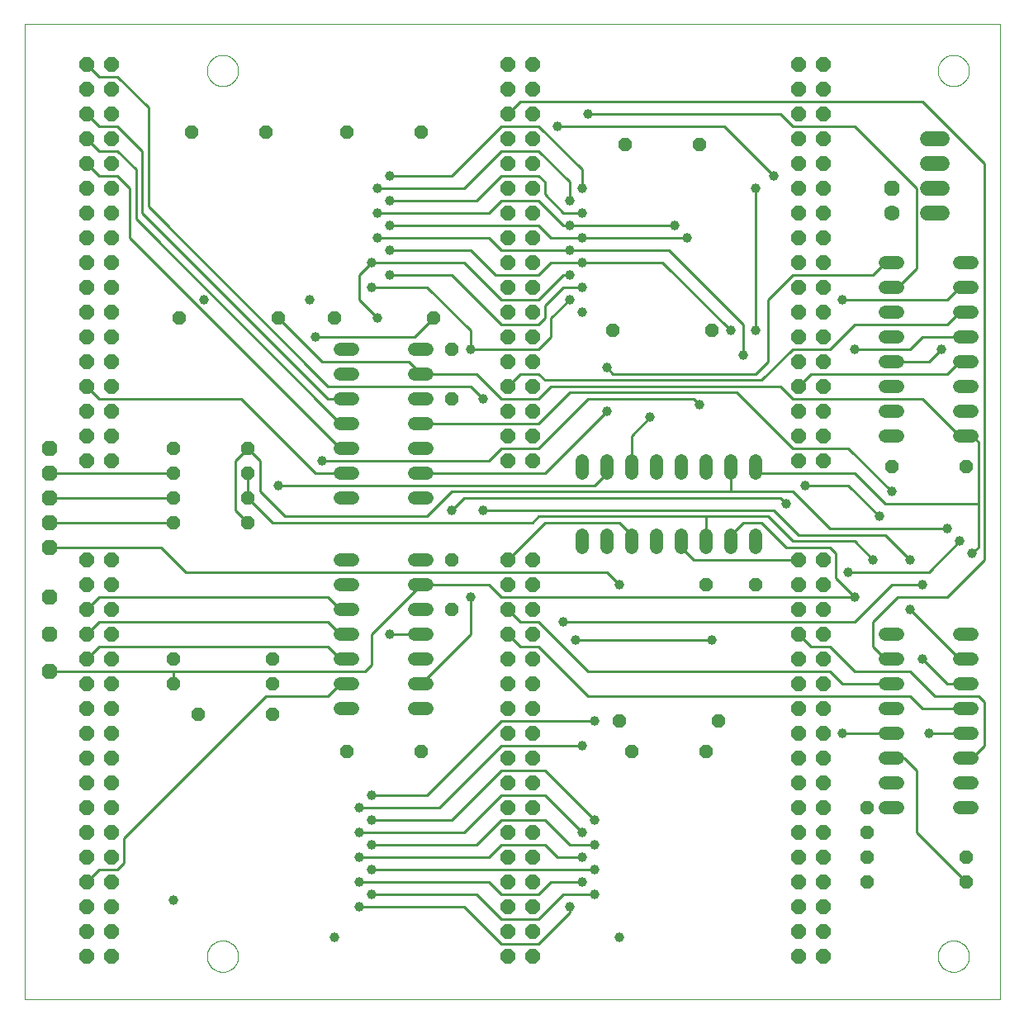
<source format=gbl>
G75*
%MOIN*%
%OFA0B0*%
%FSLAX25Y25*%
%IPPOS*%
%LPD*%
%AMOC8*
5,1,8,0,0,1.08239X$1,22.5*
%
%ADD10C,0.00000*%
%ADD11C,0.05200*%
%ADD12OC8,0.05200*%
%ADD13OC8,0.06300*%
%ADD14OC8,0.06000*%
%ADD15OC8,0.05600*%
%ADD16C,0.06000*%
%ADD17C,0.06300*%
%ADD18C,0.01000*%
%ADD19C,0.03962*%
D10*
X0001500Y0001500D02*
X0001500Y0395201D01*
X0395201Y0395201D01*
X0395201Y0001500D01*
X0001500Y0001500D01*
X0075201Y0019000D02*
X0075203Y0019158D01*
X0075209Y0019316D01*
X0075219Y0019474D01*
X0075233Y0019632D01*
X0075251Y0019789D01*
X0075272Y0019946D01*
X0075298Y0020102D01*
X0075328Y0020258D01*
X0075361Y0020413D01*
X0075399Y0020566D01*
X0075440Y0020719D01*
X0075485Y0020871D01*
X0075534Y0021022D01*
X0075587Y0021171D01*
X0075643Y0021319D01*
X0075703Y0021465D01*
X0075767Y0021610D01*
X0075835Y0021753D01*
X0075906Y0021895D01*
X0075980Y0022035D01*
X0076058Y0022172D01*
X0076140Y0022308D01*
X0076224Y0022442D01*
X0076313Y0022573D01*
X0076404Y0022702D01*
X0076499Y0022829D01*
X0076596Y0022954D01*
X0076697Y0023076D01*
X0076801Y0023195D01*
X0076908Y0023312D01*
X0077018Y0023426D01*
X0077131Y0023537D01*
X0077246Y0023646D01*
X0077364Y0023751D01*
X0077485Y0023853D01*
X0077608Y0023953D01*
X0077734Y0024049D01*
X0077862Y0024142D01*
X0077992Y0024232D01*
X0078125Y0024318D01*
X0078260Y0024402D01*
X0078396Y0024481D01*
X0078535Y0024558D01*
X0078676Y0024630D01*
X0078818Y0024700D01*
X0078962Y0024765D01*
X0079108Y0024827D01*
X0079255Y0024885D01*
X0079404Y0024940D01*
X0079554Y0024991D01*
X0079705Y0025038D01*
X0079857Y0025081D01*
X0080010Y0025120D01*
X0080165Y0025156D01*
X0080320Y0025187D01*
X0080476Y0025215D01*
X0080632Y0025239D01*
X0080789Y0025259D01*
X0080947Y0025275D01*
X0081104Y0025287D01*
X0081263Y0025295D01*
X0081421Y0025299D01*
X0081579Y0025299D01*
X0081737Y0025295D01*
X0081896Y0025287D01*
X0082053Y0025275D01*
X0082211Y0025259D01*
X0082368Y0025239D01*
X0082524Y0025215D01*
X0082680Y0025187D01*
X0082835Y0025156D01*
X0082990Y0025120D01*
X0083143Y0025081D01*
X0083295Y0025038D01*
X0083446Y0024991D01*
X0083596Y0024940D01*
X0083745Y0024885D01*
X0083892Y0024827D01*
X0084038Y0024765D01*
X0084182Y0024700D01*
X0084324Y0024630D01*
X0084465Y0024558D01*
X0084604Y0024481D01*
X0084740Y0024402D01*
X0084875Y0024318D01*
X0085008Y0024232D01*
X0085138Y0024142D01*
X0085266Y0024049D01*
X0085392Y0023953D01*
X0085515Y0023853D01*
X0085636Y0023751D01*
X0085754Y0023646D01*
X0085869Y0023537D01*
X0085982Y0023426D01*
X0086092Y0023312D01*
X0086199Y0023195D01*
X0086303Y0023076D01*
X0086404Y0022954D01*
X0086501Y0022829D01*
X0086596Y0022702D01*
X0086687Y0022573D01*
X0086776Y0022442D01*
X0086860Y0022308D01*
X0086942Y0022172D01*
X0087020Y0022035D01*
X0087094Y0021895D01*
X0087165Y0021753D01*
X0087233Y0021610D01*
X0087297Y0021465D01*
X0087357Y0021319D01*
X0087413Y0021171D01*
X0087466Y0021022D01*
X0087515Y0020871D01*
X0087560Y0020719D01*
X0087601Y0020566D01*
X0087639Y0020413D01*
X0087672Y0020258D01*
X0087702Y0020102D01*
X0087728Y0019946D01*
X0087749Y0019789D01*
X0087767Y0019632D01*
X0087781Y0019474D01*
X0087791Y0019316D01*
X0087797Y0019158D01*
X0087799Y0019000D01*
X0087797Y0018842D01*
X0087791Y0018684D01*
X0087781Y0018526D01*
X0087767Y0018368D01*
X0087749Y0018211D01*
X0087728Y0018054D01*
X0087702Y0017898D01*
X0087672Y0017742D01*
X0087639Y0017587D01*
X0087601Y0017434D01*
X0087560Y0017281D01*
X0087515Y0017129D01*
X0087466Y0016978D01*
X0087413Y0016829D01*
X0087357Y0016681D01*
X0087297Y0016535D01*
X0087233Y0016390D01*
X0087165Y0016247D01*
X0087094Y0016105D01*
X0087020Y0015965D01*
X0086942Y0015828D01*
X0086860Y0015692D01*
X0086776Y0015558D01*
X0086687Y0015427D01*
X0086596Y0015298D01*
X0086501Y0015171D01*
X0086404Y0015046D01*
X0086303Y0014924D01*
X0086199Y0014805D01*
X0086092Y0014688D01*
X0085982Y0014574D01*
X0085869Y0014463D01*
X0085754Y0014354D01*
X0085636Y0014249D01*
X0085515Y0014147D01*
X0085392Y0014047D01*
X0085266Y0013951D01*
X0085138Y0013858D01*
X0085008Y0013768D01*
X0084875Y0013682D01*
X0084740Y0013598D01*
X0084604Y0013519D01*
X0084465Y0013442D01*
X0084324Y0013370D01*
X0084182Y0013300D01*
X0084038Y0013235D01*
X0083892Y0013173D01*
X0083745Y0013115D01*
X0083596Y0013060D01*
X0083446Y0013009D01*
X0083295Y0012962D01*
X0083143Y0012919D01*
X0082990Y0012880D01*
X0082835Y0012844D01*
X0082680Y0012813D01*
X0082524Y0012785D01*
X0082368Y0012761D01*
X0082211Y0012741D01*
X0082053Y0012725D01*
X0081896Y0012713D01*
X0081737Y0012705D01*
X0081579Y0012701D01*
X0081421Y0012701D01*
X0081263Y0012705D01*
X0081104Y0012713D01*
X0080947Y0012725D01*
X0080789Y0012741D01*
X0080632Y0012761D01*
X0080476Y0012785D01*
X0080320Y0012813D01*
X0080165Y0012844D01*
X0080010Y0012880D01*
X0079857Y0012919D01*
X0079705Y0012962D01*
X0079554Y0013009D01*
X0079404Y0013060D01*
X0079255Y0013115D01*
X0079108Y0013173D01*
X0078962Y0013235D01*
X0078818Y0013300D01*
X0078676Y0013370D01*
X0078535Y0013442D01*
X0078396Y0013519D01*
X0078260Y0013598D01*
X0078125Y0013682D01*
X0077992Y0013768D01*
X0077862Y0013858D01*
X0077734Y0013951D01*
X0077608Y0014047D01*
X0077485Y0014147D01*
X0077364Y0014249D01*
X0077246Y0014354D01*
X0077131Y0014463D01*
X0077018Y0014574D01*
X0076908Y0014688D01*
X0076801Y0014805D01*
X0076697Y0014924D01*
X0076596Y0015046D01*
X0076499Y0015171D01*
X0076404Y0015298D01*
X0076313Y0015427D01*
X0076224Y0015558D01*
X0076140Y0015692D01*
X0076058Y0015828D01*
X0075980Y0015965D01*
X0075906Y0016105D01*
X0075835Y0016247D01*
X0075767Y0016390D01*
X0075703Y0016535D01*
X0075643Y0016681D01*
X0075587Y0016829D01*
X0075534Y0016978D01*
X0075485Y0017129D01*
X0075440Y0017281D01*
X0075399Y0017434D01*
X0075361Y0017587D01*
X0075328Y0017742D01*
X0075298Y0017898D01*
X0075272Y0018054D01*
X0075251Y0018211D01*
X0075233Y0018368D01*
X0075219Y0018526D01*
X0075209Y0018684D01*
X0075203Y0018842D01*
X0075201Y0019000D01*
X0370201Y0019000D02*
X0370203Y0019158D01*
X0370209Y0019316D01*
X0370219Y0019474D01*
X0370233Y0019632D01*
X0370251Y0019789D01*
X0370272Y0019946D01*
X0370298Y0020102D01*
X0370328Y0020258D01*
X0370361Y0020413D01*
X0370399Y0020566D01*
X0370440Y0020719D01*
X0370485Y0020871D01*
X0370534Y0021022D01*
X0370587Y0021171D01*
X0370643Y0021319D01*
X0370703Y0021465D01*
X0370767Y0021610D01*
X0370835Y0021753D01*
X0370906Y0021895D01*
X0370980Y0022035D01*
X0371058Y0022172D01*
X0371140Y0022308D01*
X0371224Y0022442D01*
X0371313Y0022573D01*
X0371404Y0022702D01*
X0371499Y0022829D01*
X0371596Y0022954D01*
X0371697Y0023076D01*
X0371801Y0023195D01*
X0371908Y0023312D01*
X0372018Y0023426D01*
X0372131Y0023537D01*
X0372246Y0023646D01*
X0372364Y0023751D01*
X0372485Y0023853D01*
X0372608Y0023953D01*
X0372734Y0024049D01*
X0372862Y0024142D01*
X0372992Y0024232D01*
X0373125Y0024318D01*
X0373260Y0024402D01*
X0373396Y0024481D01*
X0373535Y0024558D01*
X0373676Y0024630D01*
X0373818Y0024700D01*
X0373962Y0024765D01*
X0374108Y0024827D01*
X0374255Y0024885D01*
X0374404Y0024940D01*
X0374554Y0024991D01*
X0374705Y0025038D01*
X0374857Y0025081D01*
X0375010Y0025120D01*
X0375165Y0025156D01*
X0375320Y0025187D01*
X0375476Y0025215D01*
X0375632Y0025239D01*
X0375789Y0025259D01*
X0375947Y0025275D01*
X0376104Y0025287D01*
X0376263Y0025295D01*
X0376421Y0025299D01*
X0376579Y0025299D01*
X0376737Y0025295D01*
X0376896Y0025287D01*
X0377053Y0025275D01*
X0377211Y0025259D01*
X0377368Y0025239D01*
X0377524Y0025215D01*
X0377680Y0025187D01*
X0377835Y0025156D01*
X0377990Y0025120D01*
X0378143Y0025081D01*
X0378295Y0025038D01*
X0378446Y0024991D01*
X0378596Y0024940D01*
X0378745Y0024885D01*
X0378892Y0024827D01*
X0379038Y0024765D01*
X0379182Y0024700D01*
X0379324Y0024630D01*
X0379465Y0024558D01*
X0379604Y0024481D01*
X0379740Y0024402D01*
X0379875Y0024318D01*
X0380008Y0024232D01*
X0380138Y0024142D01*
X0380266Y0024049D01*
X0380392Y0023953D01*
X0380515Y0023853D01*
X0380636Y0023751D01*
X0380754Y0023646D01*
X0380869Y0023537D01*
X0380982Y0023426D01*
X0381092Y0023312D01*
X0381199Y0023195D01*
X0381303Y0023076D01*
X0381404Y0022954D01*
X0381501Y0022829D01*
X0381596Y0022702D01*
X0381687Y0022573D01*
X0381776Y0022442D01*
X0381860Y0022308D01*
X0381942Y0022172D01*
X0382020Y0022035D01*
X0382094Y0021895D01*
X0382165Y0021753D01*
X0382233Y0021610D01*
X0382297Y0021465D01*
X0382357Y0021319D01*
X0382413Y0021171D01*
X0382466Y0021022D01*
X0382515Y0020871D01*
X0382560Y0020719D01*
X0382601Y0020566D01*
X0382639Y0020413D01*
X0382672Y0020258D01*
X0382702Y0020102D01*
X0382728Y0019946D01*
X0382749Y0019789D01*
X0382767Y0019632D01*
X0382781Y0019474D01*
X0382791Y0019316D01*
X0382797Y0019158D01*
X0382799Y0019000D01*
X0382797Y0018842D01*
X0382791Y0018684D01*
X0382781Y0018526D01*
X0382767Y0018368D01*
X0382749Y0018211D01*
X0382728Y0018054D01*
X0382702Y0017898D01*
X0382672Y0017742D01*
X0382639Y0017587D01*
X0382601Y0017434D01*
X0382560Y0017281D01*
X0382515Y0017129D01*
X0382466Y0016978D01*
X0382413Y0016829D01*
X0382357Y0016681D01*
X0382297Y0016535D01*
X0382233Y0016390D01*
X0382165Y0016247D01*
X0382094Y0016105D01*
X0382020Y0015965D01*
X0381942Y0015828D01*
X0381860Y0015692D01*
X0381776Y0015558D01*
X0381687Y0015427D01*
X0381596Y0015298D01*
X0381501Y0015171D01*
X0381404Y0015046D01*
X0381303Y0014924D01*
X0381199Y0014805D01*
X0381092Y0014688D01*
X0380982Y0014574D01*
X0380869Y0014463D01*
X0380754Y0014354D01*
X0380636Y0014249D01*
X0380515Y0014147D01*
X0380392Y0014047D01*
X0380266Y0013951D01*
X0380138Y0013858D01*
X0380008Y0013768D01*
X0379875Y0013682D01*
X0379740Y0013598D01*
X0379604Y0013519D01*
X0379465Y0013442D01*
X0379324Y0013370D01*
X0379182Y0013300D01*
X0379038Y0013235D01*
X0378892Y0013173D01*
X0378745Y0013115D01*
X0378596Y0013060D01*
X0378446Y0013009D01*
X0378295Y0012962D01*
X0378143Y0012919D01*
X0377990Y0012880D01*
X0377835Y0012844D01*
X0377680Y0012813D01*
X0377524Y0012785D01*
X0377368Y0012761D01*
X0377211Y0012741D01*
X0377053Y0012725D01*
X0376896Y0012713D01*
X0376737Y0012705D01*
X0376579Y0012701D01*
X0376421Y0012701D01*
X0376263Y0012705D01*
X0376104Y0012713D01*
X0375947Y0012725D01*
X0375789Y0012741D01*
X0375632Y0012761D01*
X0375476Y0012785D01*
X0375320Y0012813D01*
X0375165Y0012844D01*
X0375010Y0012880D01*
X0374857Y0012919D01*
X0374705Y0012962D01*
X0374554Y0013009D01*
X0374404Y0013060D01*
X0374255Y0013115D01*
X0374108Y0013173D01*
X0373962Y0013235D01*
X0373818Y0013300D01*
X0373676Y0013370D01*
X0373535Y0013442D01*
X0373396Y0013519D01*
X0373260Y0013598D01*
X0373125Y0013682D01*
X0372992Y0013768D01*
X0372862Y0013858D01*
X0372734Y0013951D01*
X0372608Y0014047D01*
X0372485Y0014147D01*
X0372364Y0014249D01*
X0372246Y0014354D01*
X0372131Y0014463D01*
X0372018Y0014574D01*
X0371908Y0014688D01*
X0371801Y0014805D01*
X0371697Y0014924D01*
X0371596Y0015046D01*
X0371499Y0015171D01*
X0371404Y0015298D01*
X0371313Y0015427D01*
X0371224Y0015558D01*
X0371140Y0015692D01*
X0371058Y0015828D01*
X0370980Y0015965D01*
X0370906Y0016105D01*
X0370835Y0016247D01*
X0370767Y0016390D01*
X0370703Y0016535D01*
X0370643Y0016681D01*
X0370587Y0016829D01*
X0370534Y0016978D01*
X0370485Y0017129D01*
X0370440Y0017281D01*
X0370399Y0017434D01*
X0370361Y0017587D01*
X0370328Y0017742D01*
X0370298Y0017898D01*
X0370272Y0018054D01*
X0370251Y0018211D01*
X0370233Y0018368D01*
X0370219Y0018526D01*
X0370209Y0018684D01*
X0370203Y0018842D01*
X0370201Y0019000D01*
X0370201Y0376500D02*
X0370203Y0376658D01*
X0370209Y0376816D01*
X0370219Y0376974D01*
X0370233Y0377132D01*
X0370251Y0377289D01*
X0370272Y0377446D01*
X0370298Y0377602D01*
X0370328Y0377758D01*
X0370361Y0377913D01*
X0370399Y0378066D01*
X0370440Y0378219D01*
X0370485Y0378371D01*
X0370534Y0378522D01*
X0370587Y0378671D01*
X0370643Y0378819D01*
X0370703Y0378965D01*
X0370767Y0379110D01*
X0370835Y0379253D01*
X0370906Y0379395D01*
X0370980Y0379535D01*
X0371058Y0379672D01*
X0371140Y0379808D01*
X0371224Y0379942D01*
X0371313Y0380073D01*
X0371404Y0380202D01*
X0371499Y0380329D01*
X0371596Y0380454D01*
X0371697Y0380576D01*
X0371801Y0380695D01*
X0371908Y0380812D01*
X0372018Y0380926D01*
X0372131Y0381037D01*
X0372246Y0381146D01*
X0372364Y0381251D01*
X0372485Y0381353D01*
X0372608Y0381453D01*
X0372734Y0381549D01*
X0372862Y0381642D01*
X0372992Y0381732D01*
X0373125Y0381818D01*
X0373260Y0381902D01*
X0373396Y0381981D01*
X0373535Y0382058D01*
X0373676Y0382130D01*
X0373818Y0382200D01*
X0373962Y0382265D01*
X0374108Y0382327D01*
X0374255Y0382385D01*
X0374404Y0382440D01*
X0374554Y0382491D01*
X0374705Y0382538D01*
X0374857Y0382581D01*
X0375010Y0382620D01*
X0375165Y0382656D01*
X0375320Y0382687D01*
X0375476Y0382715D01*
X0375632Y0382739D01*
X0375789Y0382759D01*
X0375947Y0382775D01*
X0376104Y0382787D01*
X0376263Y0382795D01*
X0376421Y0382799D01*
X0376579Y0382799D01*
X0376737Y0382795D01*
X0376896Y0382787D01*
X0377053Y0382775D01*
X0377211Y0382759D01*
X0377368Y0382739D01*
X0377524Y0382715D01*
X0377680Y0382687D01*
X0377835Y0382656D01*
X0377990Y0382620D01*
X0378143Y0382581D01*
X0378295Y0382538D01*
X0378446Y0382491D01*
X0378596Y0382440D01*
X0378745Y0382385D01*
X0378892Y0382327D01*
X0379038Y0382265D01*
X0379182Y0382200D01*
X0379324Y0382130D01*
X0379465Y0382058D01*
X0379604Y0381981D01*
X0379740Y0381902D01*
X0379875Y0381818D01*
X0380008Y0381732D01*
X0380138Y0381642D01*
X0380266Y0381549D01*
X0380392Y0381453D01*
X0380515Y0381353D01*
X0380636Y0381251D01*
X0380754Y0381146D01*
X0380869Y0381037D01*
X0380982Y0380926D01*
X0381092Y0380812D01*
X0381199Y0380695D01*
X0381303Y0380576D01*
X0381404Y0380454D01*
X0381501Y0380329D01*
X0381596Y0380202D01*
X0381687Y0380073D01*
X0381776Y0379942D01*
X0381860Y0379808D01*
X0381942Y0379672D01*
X0382020Y0379535D01*
X0382094Y0379395D01*
X0382165Y0379253D01*
X0382233Y0379110D01*
X0382297Y0378965D01*
X0382357Y0378819D01*
X0382413Y0378671D01*
X0382466Y0378522D01*
X0382515Y0378371D01*
X0382560Y0378219D01*
X0382601Y0378066D01*
X0382639Y0377913D01*
X0382672Y0377758D01*
X0382702Y0377602D01*
X0382728Y0377446D01*
X0382749Y0377289D01*
X0382767Y0377132D01*
X0382781Y0376974D01*
X0382791Y0376816D01*
X0382797Y0376658D01*
X0382799Y0376500D01*
X0382797Y0376342D01*
X0382791Y0376184D01*
X0382781Y0376026D01*
X0382767Y0375868D01*
X0382749Y0375711D01*
X0382728Y0375554D01*
X0382702Y0375398D01*
X0382672Y0375242D01*
X0382639Y0375087D01*
X0382601Y0374934D01*
X0382560Y0374781D01*
X0382515Y0374629D01*
X0382466Y0374478D01*
X0382413Y0374329D01*
X0382357Y0374181D01*
X0382297Y0374035D01*
X0382233Y0373890D01*
X0382165Y0373747D01*
X0382094Y0373605D01*
X0382020Y0373465D01*
X0381942Y0373328D01*
X0381860Y0373192D01*
X0381776Y0373058D01*
X0381687Y0372927D01*
X0381596Y0372798D01*
X0381501Y0372671D01*
X0381404Y0372546D01*
X0381303Y0372424D01*
X0381199Y0372305D01*
X0381092Y0372188D01*
X0380982Y0372074D01*
X0380869Y0371963D01*
X0380754Y0371854D01*
X0380636Y0371749D01*
X0380515Y0371647D01*
X0380392Y0371547D01*
X0380266Y0371451D01*
X0380138Y0371358D01*
X0380008Y0371268D01*
X0379875Y0371182D01*
X0379740Y0371098D01*
X0379604Y0371019D01*
X0379465Y0370942D01*
X0379324Y0370870D01*
X0379182Y0370800D01*
X0379038Y0370735D01*
X0378892Y0370673D01*
X0378745Y0370615D01*
X0378596Y0370560D01*
X0378446Y0370509D01*
X0378295Y0370462D01*
X0378143Y0370419D01*
X0377990Y0370380D01*
X0377835Y0370344D01*
X0377680Y0370313D01*
X0377524Y0370285D01*
X0377368Y0370261D01*
X0377211Y0370241D01*
X0377053Y0370225D01*
X0376896Y0370213D01*
X0376737Y0370205D01*
X0376579Y0370201D01*
X0376421Y0370201D01*
X0376263Y0370205D01*
X0376104Y0370213D01*
X0375947Y0370225D01*
X0375789Y0370241D01*
X0375632Y0370261D01*
X0375476Y0370285D01*
X0375320Y0370313D01*
X0375165Y0370344D01*
X0375010Y0370380D01*
X0374857Y0370419D01*
X0374705Y0370462D01*
X0374554Y0370509D01*
X0374404Y0370560D01*
X0374255Y0370615D01*
X0374108Y0370673D01*
X0373962Y0370735D01*
X0373818Y0370800D01*
X0373676Y0370870D01*
X0373535Y0370942D01*
X0373396Y0371019D01*
X0373260Y0371098D01*
X0373125Y0371182D01*
X0372992Y0371268D01*
X0372862Y0371358D01*
X0372734Y0371451D01*
X0372608Y0371547D01*
X0372485Y0371647D01*
X0372364Y0371749D01*
X0372246Y0371854D01*
X0372131Y0371963D01*
X0372018Y0372074D01*
X0371908Y0372188D01*
X0371801Y0372305D01*
X0371697Y0372424D01*
X0371596Y0372546D01*
X0371499Y0372671D01*
X0371404Y0372798D01*
X0371313Y0372927D01*
X0371224Y0373058D01*
X0371140Y0373192D01*
X0371058Y0373328D01*
X0370980Y0373465D01*
X0370906Y0373605D01*
X0370835Y0373747D01*
X0370767Y0373890D01*
X0370703Y0374035D01*
X0370643Y0374181D01*
X0370587Y0374329D01*
X0370534Y0374478D01*
X0370485Y0374629D01*
X0370440Y0374781D01*
X0370399Y0374934D01*
X0370361Y0375087D01*
X0370328Y0375242D01*
X0370298Y0375398D01*
X0370272Y0375554D01*
X0370251Y0375711D01*
X0370233Y0375868D01*
X0370219Y0376026D01*
X0370209Y0376184D01*
X0370203Y0376342D01*
X0370201Y0376500D01*
X0075201Y0376500D02*
X0075203Y0376658D01*
X0075209Y0376816D01*
X0075219Y0376974D01*
X0075233Y0377132D01*
X0075251Y0377289D01*
X0075272Y0377446D01*
X0075298Y0377602D01*
X0075328Y0377758D01*
X0075361Y0377913D01*
X0075399Y0378066D01*
X0075440Y0378219D01*
X0075485Y0378371D01*
X0075534Y0378522D01*
X0075587Y0378671D01*
X0075643Y0378819D01*
X0075703Y0378965D01*
X0075767Y0379110D01*
X0075835Y0379253D01*
X0075906Y0379395D01*
X0075980Y0379535D01*
X0076058Y0379672D01*
X0076140Y0379808D01*
X0076224Y0379942D01*
X0076313Y0380073D01*
X0076404Y0380202D01*
X0076499Y0380329D01*
X0076596Y0380454D01*
X0076697Y0380576D01*
X0076801Y0380695D01*
X0076908Y0380812D01*
X0077018Y0380926D01*
X0077131Y0381037D01*
X0077246Y0381146D01*
X0077364Y0381251D01*
X0077485Y0381353D01*
X0077608Y0381453D01*
X0077734Y0381549D01*
X0077862Y0381642D01*
X0077992Y0381732D01*
X0078125Y0381818D01*
X0078260Y0381902D01*
X0078396Y0381981D01*
X0078535Y0382058D01*
X0078676Y0382130D01*
X0078818Y0382200D01*
X0078962Y0382265D01*
X0079108Y0382327D01*
X0079255Y0382385D01*
X0079404Y0382440D01*
X0079554Y0382491D01*
X0079705Y0382538D01*
X0079857Y0382581D01*
X0080010Y0382620D01*
X0080165Y0382656D01*
X0080320Y0382687D01*
X0080476Y0382715D01*
X0080632Y0382739D01*
X0080789Y0382759D01*
X0080947Y0382775D01*
X0081104Y0382787D01*
X0081263Y0382795D01*
X0081421Y0382799D01*
X0081579Y0382799D01*
X0081737Y0382795D01*
X0081896Y0382787D01*
X0082053Y0382775D01*
X0082211Y0382759D01*
X0082368Y0382739D01*
X0082524Y0382715D01*
X0082680Y0382687D01*
X0082835Y0382656D01*
X0082990Y0382620D01*
X0083143Y0382581D01*
X0083295Y0382538D01*
X0083446Y0382491D01*
X0083596Y0382440D01*
X0083745Y0382385D01*
X0083892Y0382327D01*
X0084038Y0382265D01*
X0084182Y0382200D01*
X0084324Y0382130D01*
X0084465Y0382058D01*
X0084604Y0381981D01*
X0084740Y0381902D01*
X0084875Y0381818D01*
X0085008Y0381732D01*
X0085138Y0381642D01*
X0085266Y0381549D01*
X0085392Y0381453D01*
X0085515Y0381353D01*
X0085636Y0381251D01*
X0085754Y0381146D01*
X0085869Y0381037D01*
X0085982Y0380926D01*
X0086092Y0380812D01*
X0086199Y0380695D01*
X0086303Y0380576D01*
X0086404Y0380454D01*
X0086501Y0380329D01*
X0086596Y0380202D01*
X0086687Y0380073D01*
X0086776Y0379942D01*
X0086860Y0379808D01*
X0086942Y0379672D01*
X0087020Y0379535D01*
X0087094Y0379395D01*
X0087165Y0379253D01*
X0087233Y0379110D01*
X0087297Y0378965D01*
X0087357Y0378819D01*
X0087413Y0378671D01*
X0087466Y0378522D01*
X0087515Y0378371D01*
X0087560Y0378219D01*
X0087601Y0378066D01*
X0087639Y0377913D01*
X0087672Y0377758D01*
X0087702Y0377602D01*
X0087728Y0377446D01*
X0087749Y0377289D01*
X0087767Y0377132D01*
X0087781Y0376974D01*
X0087791Y0376816D01*
X0087797Y0376658D01*
X0087799Y0376500D01*
X0087797Y0376342D01*
X0087791Y0376184D01*
X0087781Y0376026D01*
X0087767Y0375868D01*
X0087749Y0375711D01*
X0087728Y0375554D01*
X0087702Y0375398D01*
X0087672Y0375242D01*
X0087639Y0375087D01*
X0087601Y0374934D01*
X0087560Y0374781D01*
X0087515Y0374629D01*
X0087466Y0374478D01*
X0087413Y0374329D01*
X0087357Y0374181D01*
X0087297Y0374035D01*
X0087233Y0373890D01*
X0087165Y0373747D01*
X0087094Y0373605D01*
X0087020Y0373465D01*
X0086942Y0373328D01*
X0086860Y0373192D01*
X0086776Y0373058D01*
X0086687Y0372927D01*
X0086596Y0372798D01*
X0086501Y0372671D01*
X0086404Y0372546D01*
X0086303Y0372424D01*
X0086199Y0372305D01*
X0086092Y0372188D01*
X0085982Y0372074D01*
X0085869Y0371963D01*
X0085754Y0371854D01*
X0085636Y0371749D01*
X0085515Y0371647D01*
X0085392Y0371547D01*
X0085266Y0371451D01*
X0085138Y0371358D01*
X0085008Y0371268D01*
X0084875Y0371182D01*
X0084740Y0371098D01*
X0084604Y0371019D01*
X0084465Y0370942D01*
X0084324Y0370870D01*
X0084182Y0370800D01*
X0084038Y0370735D01*
X0083892Y0370673D01*
X0083745Y0370615D01*
X0083596Y0370560D01*
X0083446Y0370509D01*
X0083295Y0370462D01*
X0083143Y0370419D01*
X0082990Y0370380D01*
X0082835Y0370344D01*
X0082680Y0370313D01*
X0082524Y0370285D01*
X0082368Y0370261D01*
X0082211Y0370241D01*
X0082053Y0370225D01*
X0081896Y0370213D01*
X0081737Y0370205D01*
X0081579Y0370201D01*
X0081421Y0370201D01*
X0081263Y0370205D01*
X0081104Y0370213D01*
X0080947Y0370225D01*
X0080789Y0370241D01*
X0080632Y0370261D01*
X0080476Y0370285D01*
X0080320Y0370313D01*
X0080165Y0370344D01*
X0080010Y0370380D01*
X0079857Y0370419D01*
X0079705Y0370462D01*
X0079554Y0370509D01*
X0079404Y0370560D01*
X0079255Y0370615D01*
X0079108Y0370673D01*
X0078962Y0370735D01*
X0078818Y0370800D01*
X0078676Y0370870D01*
X0078535Y0370942D01*
X0078396Y0371019D01*
X0078260Y0371098D01*
X0078125Y0371182D01*
X0077992Y0371268D01*
X0077862Y0371358D01*
X0077734Y0371451D01*
X0077608Y0371547D01*
X0077485Y0371647D01*
X0077364Y0371749D01*
X0077246Y0371854D01*
X0077131Y0371963D01*
X0077018Y0372074D01*
X0076908Y0372188D01*
X0076801Y0372305D01*
X0076697Y0372424D01*
X0076596Y0372546D01*
X0076499Y0372671D01*
X0076404Y0372798D01*
X0076313Y0372927D01*
X0076224Y0373058D01*
X0076140Y0373192D01*
X0076058Y0373328D01*
X0075980Y0373465D01*
X0075906Y0373605D01*
X0075835Y0373747D01*
X0075767Y0373890D01*
X0075703Y0374035D01*
X0075643Y0374181D01*
X0075587Y0374329D01*
X0075534Y0374478D01*
X0075485Y0374629D01*
X0075440Y0374781D01*
X0075399Y0374934D01*
X0075361Y0375087D01*
X0075328Y0375242D01*
X0075298Y0375398D01*
X0075272Y0375554D01*
X0075251Y0375711D01*
X0075233Y0375868D01*
X0075219Y0376026D01*
X0075209Y0376184D01*
X0075203Y0376342D01*
X0075201Y0376500D01*
D11*
X0128900Y0264000D02*
X0134100Y0264000D01*
X0134100Y0254000D02*
X0128900Y0254000D01*
X0128900Y0244000D02*
X0134100Y0244000D01*
X0134100Y0234000D02*
X0128900Y0234000D01*
X0128900Y0224000D02*
X0134100Y0224000D01*
X0134100Y0214000D02*
X0128900Y0214000D01*
X0128900Y0204000D02*
X0134100Y0204000D01*
X0158900Y0204000D02*
X0164100Y0204000D01*
X0164100Y0214000D02*
X0158900Y0214000D01*
X0158900Y0224000D02*
X0164100Y0224000D01*
X0164100Y0234000D02*
X0158900Y0234000D01*
X0158900Y0244000D02*
X0164100Y0244000D01*
X0164100Y0254000D02*
X0158900Y0254000D01*
X0158900Y0264000D02*
X0164100Y0264000D01*
X0226500Y0219100D02*
X0226500Y0213900D01*
X0236500Y0213900D02*
X0236500Y0219100D01*
X0246500Y0219100D02*
X0246500Y0213900D01*
X0256500Y0213900D02*
X0256500Y0219100D01*
X0266500Y0219100D02*
X0266500Y0213900D01*
X0276500Y0213900D02*
X0276500Y0219100D01*
X0286500Y0219100D02*
X0286500Y0213900D01*
X0296500Y0213900D02*
X0296500Y0219100D01*
X0296500Y0189100D02*
X0296500Y0183900D01*
X0286500Y0183900D02*
X0286500Y0189100D01*
X0276500Y0189100D02*
X0276500Y0183900D01*
X0266500Y0183900D02*
X0266500Y0189100D01*
X0256500Y0189100D02*
X0256500Y0183900D01*
X0246500Y0183900D02*
X0246500Y0189100D01*
X0236500Y0189100D02*
X0236500Y0183900D01*
X0226500Y0183900D02*
X0226500Y0189100D01*
X0164100Y0179000D02*
X0158900Y0179000D01*
X0158900Y0169000D02*
X0164100Y0169000D01*
X0164100Y0159000D02*
X0158900Y0159000D01*
X0158900Y0149000D02*
X0164100Y0149000D01*
X0164100Y0139000D02*
X0158900Y0139000D01*
X0158900Y0129000D02*
X0164100Y0129000D01*
X0164100Y0119000D02*
X0158900Y0119000D01*
X0134100Y0119000D02*
X0128900Y0119000D01*
X0128900Y0129000D02*
X0134100Y0129000D01*
X0134100Y0139000D02*
X0128900Y0139000D01*
X0128900Y0149000D02*
X0134100Y0149000D01*
X0134100Y0159000D02*
X0128900Y0159000D01*
X0128900Y0169000D02*
X0134100Y0169000D01*
X0134100Y0179000D02*
X0128900Y0179000D01*
X0348900Y0149000D02*
X0354100Y0149000D01*
X0354100Y0139000D02*
X0348900Y0139000D01*
X0348900Y0129000D02*
X0354100Y0129000D01*
X0354100Y0119000D02*
X0348900Y0119000D01*
X0348900Y0109000D02*
X0354100Y0109000D01*
X0354100Y0099000D02*
X0348900Y0099000D01*
X0348900Y0089000D02*
X0354100Y0089000D01*
X0354100Y0079000D02*
X0348900Y0079000D01*
X0378900Y0079000D02*
X0384100Y0079000D01*
X0384100Y0089000D02*
X0378900Y0089000D01*
X0378900Y0099000D02*
X0384100Y0099000D01*
X0384100Y0109000D02*
X0378900Y0109000D01*
X0378900Y0119000D02*
X0384100Y0119000D01*
X0384100Y0129000D02*
X0378900Y0129000D01*
X0378900Y0139000D02*
X0384100Y0139000D01*
X0384100Y0149000D02*
X0378900Y0149000D01*
X0378900Y0229000D02*
X0384100Y0229000D01*
X0384100Y0239000D02*
X0378900Y0239000D01*
X0378900Y0249000D02*
X0384100Y0249000D01*
X0384100Y0259000D02*
X0378900Y0259000D01*
X0378900Y0269000D02*
X0384100Y0269000D01*
X0384100Y0279000D02*
X0378900Y0279000D01*
X0378900Y0289000D02*
X0384100Y0289000D01*
X0384100Y0299000D02*
X0378900Y0299000D01*
X0354100Y0299000D02*
X0348900Y0299000D01*
X0348900Y0289000D02*
X0354100Y0289000D01*
X0354100Y0279000D02*
X0348900Y0279000D01*
X0348900Y0269000D02*
X0354100Y0269000D01*
X0354100Y0259000D02*
X0348900Y0259000D01*
X0348900Y0249000D02*
X0354100Y0249000D01*
X0354100Y0239000D02*
X0348900Y0239000D01*
X0348900Y0229000D02*
X0354100Y0229000D01*
D12*
X0296500Y0169000D03*
X0276500Y0169000D03*
X0281500Y0114000D03*
X0241500Y0114000D03*
X0174000Y0159000D03*
X0174000Y0179000D03*
X0174000Y0244000D03*
X0174000Y0264000D03*
X0166500Y0276500D03*
X0126500Y0276500D03*
X0104000Y0276500D03*
X0064000Y0276500D03*
X0061500Y0224000D03*
X0061500Y0214000D03*
X0061500Y0204000D03*
X0061500Y0194000D03*
X0091500Y0194000D03*
X0091500Y0204000D03*
X0091500Y0214000D03*
X0091500Y0224000D03*
X0101500Y0139000D03*
X0101500Y0129000D03*
X0061500Y0129000D03*
X0061500Y0139000D03*
X0239000Y0271500D03*
X0279000Y0271500D03*
X0341500Y0079000D03*
X0341500Y0069000D03*
X0341500Y0059000D03*
X0341500Y0049000D03*
X0381500Y0049000D03*
X0381500Y0059000D03*
D13*
X0351500Y0329000D03*
X0011500Y0224000D03*
X0011500Y0214000D03*
X0011500Y0204000D03*
X0011500Y0194000D03*
X0011500Y0184000D03*
X0011500Y0164000D03*
X0011500Y0149000D03*
X0011500Y0134000D03*
D14*
X0026500Y0129000D03*
X0026500Y0119000D03*
X0036500Y0119000D03*
X0036500Y0129000D03*
X0036500Y0139000D03*
X0036500Y0149000D03*
X0026500Y0149000D03*
X0026500Y0139000D03*
X0026500Y0159000D03*
X0026500Y0169000D03*
X0036500Y0169000D03*
X0036500Y0159000D03*
X0036500Y0179000D03*
X0026500Y0179000D03*
X0026500Y0219000D03*
X0026500Y0229000D03*
X0036500Y0229000D03*
X0036500Y0219000D03*
X0036500Y0239000D03*
X0036500Y0249000D03*
X0026500Y0249000D03*
X0026500Y0239000D03*
X0026500Y0259000D03*
X0026500Y0269000D03*
X0036500Y0269000D03*
X0036500Y0259000D03*
X0036500Y0279000D03*
X0036500Y0289000D03*
X0026500Y0289000D03*
X0026500Y0279000D03*
X0026500Y0299000D03*
X0026500Y0309000D03*
X0036500Y0309000D03*
X0036500Y0299000D03*
X0036500Y0319000D03*
X0026500Y0319000D03*
X0026500Y0329000D03*
X0026500Y0339000D03*
X0036500Y0339000D03*
X0036500Y0329000D03*
X0036500Y0349000D03*
X0036500Y0359000D03*
X0026500Y0359000D03*
X0026500Y0349000D03*
X0026500Y0369000D03*
X0026500Y0379000D03*
X0036500Y0379000D03*
X0036500Y0369000D03*
X0196500Y0369000D03*
X0196500Y0379000D03*
X0206500Y0379000D03*
X0206500Y0369000D03*
X0206500Y0359000D03*
X0206500Y0349000D03*
X0196500Y0349000D03*
X0196500Y0359000D03*
X0196500Y0339000D03*
X0196500Y0329000D03*
X0206500Y0329000D03*
X0206500Y0339000D03*
X0206500Y0319000D03*
X0196500Y0319000D03*
X0196500Y0309000D03*
X0196500Y0299000D03*
X0206500Y0299000D03*
X0206500Y0309000D03*
X0206500Y0289000D03*
X0206500Y0279000D03*
X0196500Y0279000D03*
X0196500Y0289000D03*
X0196500Y0269000D03*
X0196500Y0259000D03*
X0206500Y0259000D03*
X0206500Y0269000D03*
X0206500Y0249000D03*
X0206500Y0239000D03*
X0196500Y0239000D03*
X0196500Y0249000D03*
X0196500Y0229000D03*
X0196500Y0219000D03*
X0206500Y0219000D03*
X0206500Y0229000D03*
X0206500Y0179000D03*
X0196500Y0179000D03*
X0196500Y0169000D03*
X0196500Y0159000D03*
X0206500Y0159000D03*
X0206500Y0169000D03*
X0206500Y0149000D03*
X0206500Y0139000D03*
X0196500Y0139000D03*
X0196500Y0149000D03*
X0196500Y0129000D03*
X0196500Y0119000D03*
X0206500Y0119000D03*
X0206500Y0129000D03*
X0206500Y0109000D03*
X0196500Y0109000D03*
X0196500Y0099000D03*
X0196500Y0089000D03*
X0206500Y0089000D03*
X0206500Y0099000D03*
X0206500Y0079000D03*
X0206500Y0069000D03*
X0196500Y0069000D03*
X0196500Y0079000D03*
X0196500Y0059000D03*
X0196500Y0049000D03*
X0206500Y0049000D03*
X0206500Y0059000D03*
X0206500Y0039000D03*
X0206500Y0029000D03*
X0196500Y0029000D03*
X0196500Y0039000D03*
X0196500Y0019000D03*
X0206500Y0019000D03*
X0314000Y0019000D03*
X0324000Y0019000D03*
X0324000Y0029000D03*
X0324000Y0039000D03*
X0314000Y0039000D03*
X0314000Y0029000D03*
X0314000Y0049000D03*
X0314000Y0059000D03*
X0324000Y0059000D03*
X0324000Y0049000D03*
X0324000Y0069000D03*
X0324000Y0079000D03*
X0314000Y0079000D03*
X0314000Y0069000D03*
X0314000Y0089000D03*
X0314000Y0099000D03*
X0324000Y0099000D03*
X0324000Y0089000D03*
X0324000Y0109000D03*
X0314000Y0109000D03*
X0314000Y0119000D03*
X0314000Y0129000D03*
X0324000Y0129000D03*
X0324000Y0119000D03*
X0324000Y0139000D03*
X0324000Y0149000D03*
X0314000Y0149000D03*
X0314000Y0139000D03*
X0314000Y0159000D03*
X0314000Y0169000D03*
X0324000Y0169000D03*
X0324000Y0159000D03*
X0324000Y0179000D03*
X0314000Y0179000D03*
X0314000Y0219000D03*
X0314000Y0229000D03*
X0324000Y0229000D03*
X0324000Y0219000D03*
X0324000Y0239000D03*
X0324000Y0249000D03*
X0314000Y0249000D03*
X0314000Y0239000D03*
X0314000Y0259000D03*
X0314000Y0269000D03*
X0324000Y0269000D03*
X0324000Y0259000D03*
X0324000Y0279000D03*
X0324000Y0289000D03*
X0314000Y0289000D03*
X0314000Y0279000D03*
X0314000Y0299000D03*
X0314000Y0309000D03*
X0324000Y0309000D03*
X0324000Y0299000D03*
X0324000Y0319000D03*
X0314000Y0319000D03*
X0314000Y0329000D03*
X0314000Y0339000D03*
X0324000Y0339000D03*
X0324000Y0329000D03*
X0324000Y0349000D03*
X0324000Y0359000D03*
X0314000Y0359000D03*
X0314000Y0349000D03*
X0314000Y0369000D03*
X0314000Y0379000D03*
X0324000Y0379000D03*
X0324000Y0369000D03*
X0036500Y0109000D03*
X0026500Y0109000D03*
X0026500Y0099000D03*
X0026500Y0089000D03*
X0036500Y0089000D03*
X0036500Y0099000D03*
X0036500Y0079000D03*
X0036500Y0069000D03*
X0026500Y0069000D03*
X0026500Y0079000D03*
X0026500Y0059000D03*
X0026500Y0049000D03*
X0036500Y0049000D03*
X0036500Y0059000D03*
X0036500Y0039000D03*
X0036500Y0029000D03*
X0026500Y0029000D03*
X0026500Y0039000D03*
X0026500Y0019000D03*
X0036500Y0019000D03*
D15*
X0131500Y0101500D03*
X0161500Y0101500D03*
X0101500Y0116500D03*
X0071500Y0116500D03*
X0246500Y0101500D03*
X0276500Y0101500D03*
X0351500Y0216500D03*
X0381500Y0216500D03*
X0274000Y0346500D03*
X0244000Y0346500D03*
X0161500Y0351500D03*
X0131500Y0351500D03*
X0099000Y0351500D03*
X0069000Y0351500D03*
D16*
X0366000Y0349000D02*
X0372000Y0349000D01*
X0372000Y0339000D02*
X0366000Y0339000D01*
X0366000Y0329000D02*
X0372000Y0329000D01*
X0372000Y0319000D02*
X0366000Y0319000D01*
D17*
X0351500Y0319000D03*
D18*
X0361500Y0329000D02*
X0361500Y0296500D01*
X0354000Y0289000D01*
X0351500Y0289000D01*
X0344000Y0294000D02*
X0349000Y0299000D01*
X0351500Y0299000D01*
X0344000Y0294000D02*
X0311500Y0294000D01*
X0301500Y0284000D01*
X0301500Y0259000D01*
X0296500Y0254000D01*
X0239000Y0254000D01*
X0236500Y0256500D01*
X0229000Y0244000D02*
X0271500Y0244000D01*
X0274000Y0241500D01*
X0289000Y0246500D02*
X0311500Y0224000D01*
X0334000Y0224000D01*
X0351500Y0206500D01*
X0349000Y0201500D02*
X0386500Y0201500D01*
X0386500Y0226500D01*
X0384000Y0229000D01*
X0381500Y0229000D01*
X0379000Y0229000D01*
X0364000Y0244000D01*
X0311500Y0244000D01*
X0306500Y0249000D01*
X0214000Y0249000D01*
X0209000Y0244000D01*
X0194000Y0244000D01*
X0184000Y0254000D01*
X0161500Y0254000D01*
X0156500Y0259000D01*
X0121500Y0259000D01*
X0104000Y0276500D01*
X0119000Y0269000D02*
X0159000Y0269000D01*
X0166500Y0276500D01*
X0164000Y0289000D02*
X0181500Y0271500D01*
X0181500Y0264000D01*
X0209000Y0264000D01*
X0214000Y0269000D01*
X0214000Y0276500D01*
X0221500Y0284000D01*
X0219000Y0289000D02*
X0211500Y0281500D01*
X0211500Y0276500D01*
X0209000Y0274000D01*
X0194000Y0274000D01*
X0174000Y0294000D01*
X0149000Y0294000D01*
X0141500Y0289000D02*
X0164000Y0289000D01*
X0179000Y0299000D02*
X0141500Y0299000D01*
X0136500Y0294000D01*
X0136500Y0284000D01*
X0144000Y0276500D01*
X0149000Y0304000D02*
X0181500Y0304000D01*
X0191500Y0294000D01*
X0209000Y0294000D01*
X0214000Y0299000D01*
X0226500Y0299000D01*
X0259000Y0299000D01*
X0286500Y0271500D01*
X0291500Y0274000D02*
X0261500Y0304000D01*
X0221500Y0304000D01*
X0194000Y0304000D01*
X0189000Y0309000D01*
X0144000Y0309000D01*
X0149000Y0314000D02*
X0209000Y0314000D01*
X0214000Y0309000D01*
X0226500Y0309000D01*
X0269000Y0309000D01*
X0264000Y0314000D02*
X0221500Y0314000D01*
X0219000Y0314000D01*
X0209000Y0324000D01*
X0194000Y0324000D01*
X0189000Y0319000D01*
X0144000Y0319000D01*
X0149000Y0324000D02*
X0184000Y0324000D01*
X0194000Y0334000D01*
X0209000Y0334000D01*
X0211500Y0331500D01*
X0211500Y0326500D01*
X0219000Y0319000D01*
X0226500Y0319000D01*
X0221500Y0324000D02*
X0221500Y0331500D01*
X0209000Y0344000D01*
X0194000Y0344000D01*
X0179000Y0329000D01*
X0144000Y0329000D01*
X0149000Y0334000D02*
X0174000Y0334000D01*
X0194000Y0354000D01*
X0209000Y0354000D01*
X0226500Y0336500D01*
X0226500Y0329000D01*
X0216500Y0354000D02*
X0284000Y0354000D01*
X0304000Y0334000D01*
X0296500Y0329000D02*
X0296500Y0271500D01*
X0291500Y0274000D02*
X0291500Y0261500D01*
X0299000Y0251500D02*
X0311500Y0264000D01*
X0326500Y0264000D01*
X0336500Y0274000D01*
X0374000Y0274000D01*
X0379000Y0279000D01*
X0381500Y0279000D01*
X0374000Y0284000D02*
X0379000Y0289000D01*
X0381500Y0289000D01*
X0374000Y0284000D02*
X0331500Y0284000D01*
X0336500Y0264000D02*
X0359000Y0264000D01*
X0364000Y0269000D01*
X0381500Y0269000D01*
X0381500Y0259000D02*
X0379000Y0259000D01*
X0374000Y0254000D01*
X0319000Y0254000D01*
X0314000Y0249000D01*
X0299000Y0251500D02*
X0211500Y0251500D01*
X0209000Y0254000D01*
X0201500Y0254000D01*
X0196500Y0249000D01*
X0186500Y0244000D02*
X0181500Y0249000D01*
X0124000Y0249000D01*
X0051500Y0321500D01*
X0051500Y0361500D01*
X0039000Y0374000D01*
X0031500Y0374000D01*
X0026500Y0379000D01*
X0026500Y0359000D02*
X0031500Y0354000D01*
X0039000Y0354000D01*
X0049000Y0344000D01*
X0049000Y0319000D01*
X0124000Y0244000D01*
X0131500Y0244000D01*
X0131500Y0234000D02*
X0129000Y0234000D01*
X0046500Y0316500D01*
X0046500Y0336500D01*
X0039000Y0344000D01*
X0031500Y0344000D01*
X0026500Y0349000D01*
X0026500Y0339000D02*
X0031500Y0334000D01*
X0039000Y0334000D01*
X0044000Y0329000D01*
X0044000Y0309000D01*
X0129000Y0224000D01*
X0131500Y0224000D01*
X0131500Y0214000D02*
X0119000Y0214000D01*
X0089000Y0244000D01*
X0031500Y0244000D01*
X0026500Y0249000D01*
X0011500Y0214000D02*
X0061500Y0214000D01*
X0061500Y0204000D02*
X0011500Y0204000D01*
X0011500Y0194000D02*
X0061500Y0194000D01*
X0056500Y0184000D02*
X0066500Y0174000D01*
X0236500Y0174000D01*
X0241500Y0169000D01*
X0246500Y0186500D02*
X0246500Y0189000D01*
X0241500Y0194000D01*
X0211500Y0194000D01*
X0196500Y0179000D01*
X0189000Y0169000D02*
X0194000Y0164000D01*
X0336500Y0164000D01*
X0329000Y0171500D01*
X0329000Y0181500D01*
X0326500Y0184000D01*
X0309000Y0184000D01*
X0299000Y0194000D01*
X0291500Y0194000D01*
X0286500Y0189000D01*
X0286500Y0186500D01*
X0276500Y0186500D02*
X0276500Y0196500D01*
X0301500Y0196500D01*
X0311500Y0186500D01*
X0336500Y0186500D01*
X0344000Y0179000D01*
X0349000Y0189000D02*
X0314000Y0189000D01*
X0304000Y0199000D01*
X0186500Y0199000D01*
X0179000Y0204000D02*
X0174000Y0199000D01*
X0179000Y0204000D02*
X0306500Y0204000D01*
X0309000Y0201500D01*
X0311500Y0206500D02*
X0286500Y0206500D01*
X0286500Y0216500D01*
X0286500Y0206500D02*
X0174000Y0206500D01*
X0164000Y0196500D01*
X0106500Y0196500D01*
X0096500Y0206500D01*
X0096500Y0219000D01*
X0091500Y0224000D01*
X0086500Y0219000D01*
X0086500Y0199000D01*
X0091500Y0194000D01*
X0091500Y0204000D02*
X0101500Y0194000D01*
X0206500Y0194000D01*
X0209000Y0196500D01*
X0276500Y0196500D01*
X0266500Y0186500D02*
X0266500Y0184000D01*
X0271500Y0179000D01*
X0314000Y0179000D01*
X0326500Y0191500D02*
X0311500Y0206500D01*
X0316500Y0209000D02*
X0334000Y0209000D01*
X0346500Y0196500D01*
X0349000Y0201500D02*
X0336500Y0214000D01*
X0299000Y0214000D01*
X0296500Y0216500D01*
X0289000Y0246500D02*
X0221500Y0246500D01*
X0209000Y0234000D01*
X0161500Y0234000D01*
X0161500Y0214000D02*
X0211500Y0214000D01*
X0236500Y0239000D01*
X0229000Y0244000D02*
X0209000Y0224000D01*
X0194000Y0224000D01*
X0189000Y0219000D01*
X0121500Y0219000D01*
X0104000Y0209000D02*
X0231500Y0209000D01*
X0236500Y0214000D01*
X0236500Y0216500D01*
X0246500Y0216500D02*
X0246500Y0229000D01*
X0254000Y0236500D01*
X0209000Y0284000D02*
X0194000Y0284000D01*
X0179000Y0299000D01*
X0209000Y0284000D02*
X0219000Y0294000D01*
X0221500Y0294000D01*
X0219000Y0289000D02*
X0226500Y0289000D01*
X0229000Y0359000D02*
X0306500Y0359000D01*
X0311500Y0354000D01*
X0336500Y0354000D01*
X0361500Y0329000D01*
X0389000Y0339000D02*
X0364000Y0364000D01*
X0201500Y0364000D01*
X0196500Y0359000D01*
X0091500Y0214000D02*
X0091500Y0204000D01*
X0056500Y0184000D02*
X0011500Y0184000D01*
X0031500Y0164000D02*
X0026500Y0159000D01*
X0031500Y0164000D02*
X0124000Y0164000D01*
X0129000Y0159000D01*
X0131500Y0159000D01*
X0124000Y0154000D02*
X0129000Y0149000D01*
X0131500Y0149000D01*
X0124000Y0144000D02*
X0129000Y0139000D01*
X0131500Y0139000D01*
X0139000Y0134000D02*
X0061500Y0134000D01*
X0061500Y0129000D01*
X0061500Y0134000D02*
X0011500Y0134000D01*
X0026500Y0139000D02*
X0031500Y0144000D01*
X0124000Y0144000D01*
X0124000Y0154000D02*
X0031500Y0154000D01*
X0026500Y0149000D01*
X0099000Y0124000D02*
X0041500Y0066500D01*
X0041500Y0056500D01*
X0039000Y0054000D01*
X0031500Y0054000D01*
X0026500Y0049000D01*
X0099000Y0124000D02*
X0124000Y0124000D01*
X0129000Y0129000D01*
X0131500Y0129000D01*
X0139000Y0134000D02*
X0141500Y0136500D01*
X0141500Y0149000D01*
X0161500Y0169000D01*
X0189000Y0169000D01*
X0181500Y0164000D02*
X0181500Y0149000D01*
X0161500Y0129000D01*
X0161500Y0149000D02*
X0149000Y0149000D01*
X0194000Y0114000D02*
X0231500Y0114000D01*
X0226500Y0104000D02*
X0194000Y0104000D01*
X0169000Y0079000D01*
X0136500Y0079000D01*
X0141500Y0074000D02*
X0174000Y0074000D01*
X0194000Y0094000D01*
X0211500Y0094000D01*
X0231500Y0074000D01*
X0226500Y0069000D02*
X0211500Y0084000D01*
X0194000Y0084000D01*
X0179000Y0069000D01*
X0136500Y0069000D01*
X0141500Y0064000D02*
X0184000Y0064000D01*
X0194000Y0074000D01*
X0211500Y0074000D01*
X0221500Y0064000D01*
X0231500Y0064000D01*
X0226500Y0059000D02*
X0216500Y0059000D01*
X0211500Y0064000D01*
X0194000Y0064000D01*
X0189000Y0059000D01*
X0136500Y0059000D01*
X0141500Y0054000D02*
X0231500Y0054000D01*
X0226500Y0049000D02*
X0214000Y0049000D01*
X0209000Y0044000D01*
X0194000Y0044000D01*
X0189000Y0049000D01*
X0136500Y0049000D01*
X0141500Y0044000D02*
X0184000Y0044000D01*
X0194000Y0034000D01*
X0209000Y0034000D01*
X0219000Y0044000D01*
X0231500Y0044000D01*
X0221500Y0039000D02*
X0221500Y0036500D01*
X0209000Y0024000D01*
X0194000Y0024000D01*
X0179000Y0039000D01*
X0136500Y0039000D01*
X0141500Y0084000D02*
X0164000Y0084000D01*
X0194000Y0114000D01*
X0201500Y0144000D02*
X0196500Y0149000D01*
X0201500Y0144000D02*
X0209000Y0144000D01*
X0229000Y0124000D01*
X0359000Y0124000D01*
X0364000Y0119000D01*
X0381500Y0119000D01*
X0386500Y0124000D02*
X0389000Y0121500D01*
X0389000Y0104000D01*
X0384000Y0099000D01*
X0381500Y0099000D01*
X0381500Y0109000D02*
X0366500Y0109000D01*
X0356500Y0099000D02*
X0361500Y0094000D01*
X0361500Y0069000D01*
X0381500Y0049000D01*
X0356500Y0099000D02*
X0351500Y0099000D01*
X0351500Y0109000D02*
X0331500Y0109000D01*
X0331500Y0129000D02*
X0351500Y0129000D01*
X0359000Y0134000D02*
X0336500Y0134000D01*
X0326500Y0144000D01*
X0319000Y0144000D01*
X0314000Y0149000D01*
X0326500Y0134000D02*
X0331500Y0129000D01*
X0326500Y0134000D02*
X0229000Y0134000D01*
X0209000Y0154000D01*
X0201500Y0154000D01*
X0196500Y0159000D01*
X0219000Y0154000D02*
X0336500Y0154000D01*
X0351500Y0169000D01*
X0364000Y0169000D01*
X0366500Y0174000D02*
X0379000Y0186500D01*
X0374000Y0191500D02*
X0326500Y0191500D01*
X0334000Y0174000D02*
X0366500Y0174000D01*
X0359000Y0179000D02*
X0349000Y0189000D01*
X0354000Y0164000D02*
X0344000Y0154000D01*
X0344000Y0144000D01*
X0349000Y0139000D01*
X0351500Y0139000D01*
X0359000Y0134000D02*
X0369000Y0124000D01*
X0386500Y0124000D01*
X0381500Y0129000D02*
X0374000Y0129000D01*
X0364000Y0139000D01*
X0379000Y0139000D02*
X0359000Y0159000D01*
X0354000Y0164000D02*
X0374000Y0164000D01*
X0389000Y0179000D01*
X0389000Y0339000D01*
X0371500Y0264000D02*
X0366500Y0259000D01*
X0351500Y0259000D01*
X0386500Y0201500D02*
X0386500Y0184000D01*
X0384000Y0181500D01*
X0381500Y0139000D02*
X0379000Y0139000D01*
X0279000Y0146500D02*
X0224000Y0146500D01*
D19*
X0224000Y0146500D03*
X0219000Y0154000D03*
X0241500Y0169000D03*
X0279000Y0146500D03*
X0231500Y0114000D03*
X0226500Y0104000D03*
X0231500Y0074000D03*
X0226500Y0069000D03*
X0231500Y0064000D03*
X0226500Y0059000D03*
X0231500Y0054000D03*
X0226500Y0049000D03*
X0231500Y0044000D03*
X0221500Y0039000D03*
X0241500Y0026500D03*
X0331500Y0109000D03*
X0366500Y0109000D03*
X0364000Y0139000D03*
X0359000Y0159000D03*
X0364000Y0169000D03*
X0359000Y0179000D03*
X0344000Y0179000D03*
X0334000Y0174000D03*
X0336500Y0164000D03*
X0346500Y0196500D03*
X0351500Y0206500D03*
X0374000Y0191500D03*
X0379000Y0186500D03*
X0384000Y0181500D03*
X0316500Y0209000D03*
X0309000Y0201500D03*
X0274000Y0241500D03*
X0254000Y0236500D03*
X0236500Y0239000D03*
X0236500Y0256500D03*
X0226500Y0279000D03*
X0221500Y0284000D03*
X0226500Y0289000D03*
X0221500Y0294000D03*
X0226500Y0299000D03*
X0221500Y0304000D03*
X0226500Y0309000D03*
X0221500Y0314000D03*
X0226500Y0319000D03*
X0221500Y0324000D03*
X0226500Y0329000D03*
X0216500Y0354000D03*
X0229000Y0359000D03*
X0264000Y0314000D03*
X0269000Y0309000D03*
X0296500Y0329000D03*
X0304000Y0334000D03*
X0331500Y0284000D03*
X0336500Y0264000D03*
X0371500Y0264000D03*
X0296500Y0271500D03*
X0286500Y0271500D03*
X0291500Y0261500D03*
X0186500Y0244000D03*
X0181500Y0264000D03*
X0149000Y0294000D03*
X0141500Y0289000D03*
X0141500Y0299000D03*
X0149000Y0304000D03*
X0144000Y0309000D03*
X0149000Y0314000D03*
X0144000Y0319000D03*
X0149000Y0324000D03*
X0144000Y0329000D03*
X0149000Y0334000D03*
X0116500Y0284000D03*
X0119000Y0269000D03*
X0144000Y0276500D03*
X0121500Y0219000D03*
X0104000Y0209000D03*
X0149000Y0149000D03*
X0181500Y0164000D03*
X0186500Y0199000D03*
X0174000Y0199000D03*
X0074000Y0284000D03*
X0141500Y0084000D03*
X0136500Y0079000D03*
X0141500Y0074000D03*
X0136500Y0069000D03*
X0141500Y0064000D03*
X0136500Y0059000D03*
X0141500Y0054000D03*
X0136500Y0049000D03*
X0141500Y0044000D03*
X0136500Y0039000D03*
X0126500Y0026500D03*
X0061500Y0041500D03*
M02*

</source>
